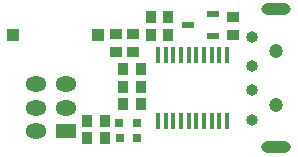
<source format=gts>
G04 #@! TF.FileFunction,Soldermask,Top*
%FSLAX46Y46*%
G04 Gerber Fmt 4.6, Leading zero omitted, Abs format (unit mm)*
G04 Created by KiCad (PCBNEW 4.0.7-e2-6376~61~ubuntu18.04.1) date Thu Aug  2 13:47:33 2018*
%MOMM*%
%LPD*%
G01*
G04 APERTURE LIST*
%ADD10C,0.100000*%
%ADD11R,0.899160X1.000760*%
%ADD12R,1.000760X0.899160*%
%ADD13R,1.800000X1.300000*%
%ADD14O,1.800000X1.300000*%
%ADD15R,1.000760X1.000760*%
%ADD16R,0.419100X1.470660*%
%ADD17O,1.000000X1.000000*%
%ADD18O,2.500000X1.000000*%
%ADD19C,1.200000*%
%ADD20R,0.797560X0.797560*%
%ADD21R,1.000000X0.600000*%
G04 APERTURE END LIST*
D10*
D11*
X178648160Y-82200000D03*
X180151840Y-82200000D03*
D12*
X179500000Y-77751840D03*
X179500000Y-76248160D03*
D11*
X182451840Y-76300000D03*
X180948160Y-76300000D03*
X180151840Y-79200000D03*
X178648160Y-79200000D03*
X180151840Y-80700000D03*
X178648160Y-80700000D03*
D12*
X187940000Y-74818160D03*
X187940000Y-76321840D03*
D11*
X182451840Y-74800000D03*
X180948160Y-74800000D03*
D13*
X173750000Y-84500000D03*
D14*
X171250000Y-84500000D03*
X173750000Y-82500000D03*
X171250000Y-82500000D03*
X173750000Y-80500000D03*
X171250000Y-80500000D03*
D12*
X178000000Y-77751840D03*
X178000000Y-76248160D03*
D11*
X175568160Y-85090000D03*
X177071840Y-85090000D03*
X175578160Y-83600000D03*
X177081840Y-83600000D03*
D15*
X176499180Y-76300000D03*
X169300820Y-76300000D03*
D16*
X184174880Y-83599080D03*
X184825120Y-83599080D03*
X185475360Y-83599080D03*
X186125600Y-83599080D03*
X182234320Y-78006000D03*
X182224160Y-83599080D03*
X182874400Y-83599080D03*
X183524640Y-83599080D03*
X186775840Y-78000920D03*
X186125600Y-78000920D03*
X185475360Y-78000920D03*
X184825120Y-78000920D03*
X184174880Y-78000920D03*
X183524640Y-78000920D03*
X186775840Y-83599080D03*
X182874400Y-78006000D03*
X181573920Y-83599080D03*
X187426080Y-83599080D03*
X187426080Y-78000920D03*
X181573920Y-78000920D03*
D17*
X189500000Y-76500000D03*
X189500000Y-83500000D03*
X189500000Y-81000000D03*
D18*
X191600000Y-74150000D03*
X191600000Y-85850000D03*
D17*
X189500000Y-79000000D03*
D19*
X191600000Y-77700000D03*
X191600000Y-82300000D03*
D20*
X178340700Y-85090000D03*
X179839300Y-85090000D03*
X178310700Y-83800000D03*
X179809300Y-83800000D03*
D21*
X186270000Y-76420000D03*
X184150000Y-75470000D03*
X186270000Y-74520000D03*
M02*

</source>
